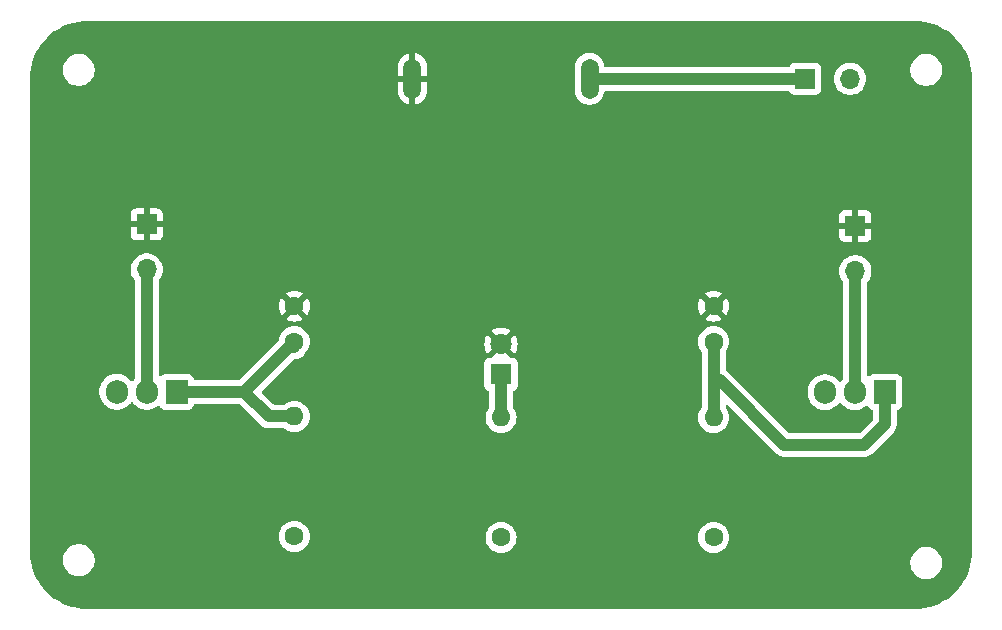
<source format=gbr>
%TF.GenerationSoftware,KiCad,Pcbnew,8.0.6*%
%TF.CreationDate,2024-11-17T18:19:46+01:00*%
%TF.ProjectId,MakerBot,4d616b65-7242-46f7-942e-6b696361645f,rev?*%
%TF.SameCoordinates,Original*%
%TF.FileFunction,Copper,L2,Bot*%
%TF.FilePolarity,Positive*%
%FSLAX46Y46*%
G04 Gerber Fmt 4.6, Leading zero omitted, Abs format (unit mm)*
G04 Created by KiCad (PCBNEW 8.0.6) date 2024-11-17 18:19:46*
%MOMM*%
%LPD*%
G01*
G04 APERTURE LIST*
%TA.AperFunction,ComponentPad*%
%ADD10C,1.600000*%
%TD*%
%TA.AperFunction,ComponentPad*%
%ADD11O,1.600000X1.600000*%
%TD*%
%TA.AperFunction,ComponentPad*%
%ADD12O,1.500000X3.400000*%
%TD*%
%TA.AperFunction,ComponentPad*%
%ADD13R,1.700000X1.700000*%
%TD*%
%TA.AperFunction,ComponentPad*%
%ADD14O,1.700000X1.700000*%
%TD*%
%TA.AperFunction,ComponentPad*%
%ADD15R,1.905000X2.000000*%
%TD*%
%TA.AperFunction,ComponentPad*%
%ADD16O,1.905000X2.000000*%
%TD*%
%TA.AperFunction,ComponentPad*%
%ADD17R,1.800000X1.800000*%
%TD*%
%TA.AperFunction,ComponentPad*%
%ADD18C,1.800000*%
%TD*%
%TA.AperFunction,Conductor*%
%ADD19C,1.000000*%
%TD*%
%TA.AperFunction,Conductor*%
%ADD20C,0.250000*%
%TD*%
G04 APERTURE END LIST*
D10*
%TO.P,reistor_led1,1*%
%TO.N,GND*%
X190000000Y-93830000D03*
D11*
%TO.P,reistor_led1,2*%
%TO.N,Net-(led1-K)*%
X190000000Y-83670000D03*
%TD*%
D12*
%TO.P,push_button,1*%
%TO.N,VCC*%
X182500000Y-55000000D03*
%TO.P,push_button,2*%
%TO.N,+6V*%
X197500000Y-55000000D03*
%TD*%
D13*
%TO.P,motor2,1,+*%
%TO.N,VCC*%
X220000000Y-67480000D03*
D14*
%TO.P,motor2,2,-*%
%TO.N,Net-(motor2--)*%
X220000000Y-71290000D03*
%TD*%
D10*
%TO.P,resistor2,1*%
%TO.N,GND*%
X208000000Y-93830000D03*
D11*
%TO.P,resistor2,2*%
%TO.N,Net-(transistor2-G)*%
X208000000Y-83670000D03*
%TD*%
D13*
%TO.P,motor1,1,+*%
%TO.N,VCC*%
X160000000Y-67330000D03*
D14*
%TO.P,motor1,2,-*%
%TO.N,Net-(motor1--)*%
X160000000Y-71140000D03*
%TD*%
D15*
%TO.P,transistor2,1,G*%
%TO.N,Net-(transistor2-G)*%
X222504000Y-81534000D03*
D16*
%TO.P,transistor2,2,D*%
%TO.N,Net-(motor2--)*%
X219964000Y-81534000D03*
%TO.P,transistor2,3,S*%
%TO.N,GND*%
X217424000Y-81534000D03*
%TD*%
D10*
%TO.P,resistor1,1*%
%TO.N,GND*%
X172500000Y-93750000D03*
D11*
%TO.P,resistor1,2*%
%TO.N,Net-(transistor1-G)*%
X172500000Y-83590000D03*
%TD*%
D13*
%TO.P,battery,1,+*%
%TO.N,+6V*%
X215750000Y-55000000D03*
D14*
%TO.P,battery,2,-*%
%TO.N,GND*%
X219560000Y-55000000D03*
%TD*%
D17*
%TO.P,led1,1,K*%
%TO.N,Net-(led1-K)*%
X190000000Y-80025000D03*
D18*
%TO.P,led1,2,A*%
%TO.N,VCC*%
X190000000Y-77485000D03*
%TD*%
D15*
%TO.P,transistor1,1,G*%
%TO.N,Net-(transistor1-G)*%
X162540000Y-81500000D03*
D16*
%TO.P,transistor1,2,D*%
%TO.N,Net-(motor1--)*%
X160000000Y-81500000D03*
%TO.P,transistor1,3,S*%
%TO.N,GND*%
X157460000Y-81500000D03*
%TD*%
D10*
%TO.P,light_sensor1,1*%
%TO.N,VCC*%
X172500000Y-74250000D03*
%TO.P,light_sensor1,2*%
%TO.N,Net-(transistor1-G)*%
X172500000Y-77250000D03*
%TD*%
%TO.P,light_sensor2,1*%
%TO.N,VCC*%
X208000000Y-74250000D03*
%TO.P,light_sensor2,2*%
%TO.N,Net-(transistor2-G)*%
X208000000Y-77250000D03*
%TD*%
D19*
%TO.N,+6V*%
X197500000Y-55000000D02*
X215750000Y-55000000D01*
D20*
X197810000Y-54190000D02*
X197750000Y-54250000D01*
D19*
%TO.N,Net-(transistor2-G)*%
X208000000Y-83670000D02*
X208000000Y-80500000D01*
X208000000Y-80500000D02*
X208000000Y-77250000D01*
X208500000Y-80500000D02*
X208000000Y-80500000D01*
X222504000Y-84246000D02*
X220750000Y-86000000D01*
X220750000Y-86000000D02*
X214000000Y-86000000D01*
X214000000Y-86000000D02*
X208500000Y-80500000D01*
X222504000Y-81695000D02*
X222504000Y-84246000D01*
%TO.N,Net-(transistor1-G)*%
X170340000Y-83590000D02*
X168250000Y-81500000D01*
X172500000Y-77250000D02*
X172500000Y-77750000D01*
X172500000Y-83590000D02*
X170340000Y-83590000D01*
X168250000Y-81500000D02*
X172500000Y-77250000D01*
X162540000Y-81500000D02*
X168250000Y-81500000D01*
%TO.N,Net-(motor1--)*%
X160000000Y-80750000D02*
X160000000Y-71140000D01*
%TO.N,Net-(motor2--)*%
X220000000Y-81695000D02*
X220000000Y-71290000D01*
%TO.N,Net-(led1-K)*%
X190000000Y-83670000D02*
X190000000Y-80025000D01*
%TD*%
%TA.AperFunction,Conductor*%
%TO.N,VCC*%
G36*
X225002702Y-50100617D02*
G01*
X225421634Y-50118908D01*
X225432369Y-50119848D01*
X225845430Y-50174228D01*
X225856056Y-50176101D01*
X226262816Y-50266278D01*
X226273228Y-50269067D01*
X226670582Y-50394353D01*
X226680717Y-50398042D01*
X227065625Y-50557477D01*
X227075416Y-50562043D01*
X227176472Y-50614649D01*
X227444942Y-50754406D01*
X227454310Y-50759814D01*
X227805675Y-50983658D01*
X227814536Y-50989863D01*
X228145045Y-51243471D01*
X228153332Y-51250425D01*
X228460478Y-51531872D01*
X228468127Y-51539521D01*
X228749574Y-51846667D01*
X228756528Y-51854954D01*
X229010136Y-52185463D01*
X229016341Y-52194324D01*
X229240185Y-52545689D01*
X229245593Y-52555057D01*
X229437953Y-52924576D01*
X229442525Y-52934380D01*
X229601951Y-53319267D01*
X229605650Y-53329430D01*
X229680525Y-53566903D01*
X229730926Y-53726752D01*
X229733726Y-53737202D01*
X229823895Y-54143930D01*
X229825773Y-54154583D01*
X229880149Y-54567610D01*
X229881092Y-54578386D01*
X229899382Y-54997297D01*
X229899500Y-55002706D01*
X229899500Y-94997293D01*
X229899382Y-95002702D01*
X229881092Y-95421613D01*
X229880149Y-95432389D01*
X229825773Y-95845416D01*
X229823895Y-95856069D01*
X229733726Y-96262797D01*
X229730926Y-96273247D01*
X229605651Y-96670567D01*
X229601951Y-96680732D01*
X229442525Y-97065619D01*
X229437953Y-97075423D01*
X229245593Y-97444942D01*
X229240185Y-97454310D01*
X229016341Y-97805675D01*
X229010136Y-97814536D01*
X228756528Y-98145045D01*
X228749574Y-98153332D01*
X228468127Y-98460478D01*
X228460478Y-98468127D01*
X228153332Y-98749574D01*
X228145045Y-98756528D01*
X227814536Y-99010136D01*
X227805675Y-99016341D01*
X227454310Y-99240185D01*
X227444942Y-99245593D01*
X227075423Y-99437953D01*
X227065619Y-99442525D01*
X226680732Y-99601951D01*
X226670567Y-99605651D01*
X226273247Y-99730926D01*
X226262797Y-99733726D01*
X225856069Y-99823895D01*
X225845416Y-99825773D01*
X225432389Y-99880149D01*
X225421613Y-99881092D01*
X225002703Y-99899382D01*
X224997294Y-99899500D01*
X155002706Y-99899500D01*
X154997297Y-99899382D01*
X154578386Y-99881092D01*
X154567610Y-99880149D01*
X154154583Y-99825773D01*
X154143930Y-99823895D01*
X153836064Y-99755643D01*
X153737199Y-99733725D01*
X153726756Y-99730927D01*
X153329430Y-99605650D01*
X153319267Y-99601951D01*
X152934380Y-99442525D01*
X152924576Y-99437953D01*
X152555057Y-99245593D01*
X152545689Y-99240185D01*
X152194324Y-99016341D01*
X152185463Y-99010136D01*
X151854954Y-98756528D01*
X151846667Y-98749574D01*
X151539521Y-98468127D01*
X151531872Y-98460478D01*
X151250425Y-98153332D01*
X151243471Y-98145045D01*
X150989863Y-97814536D01*
X150983658Y-97805675D01*
X150759814Y-97454310D01*
X150754406Y-97444942D01*
X150562043Y-97075416D01*
X150557474Y-97065619D01*
X150398042Y-96680717D01*
X150394353Y-96670582D01*
X150269067Y-96273228D01*
X150266278Y-96262816D01*
X150176101Y-95856056D01*
X150174228Y-95845430D01*
X150147672Y-95643713D01*
X152899500Y-95643713D01*
X152899500Y-95856286D01*
X152929800Y-96047596D01*
X152932754Y-96066243D01*
X152998336Y-96268084D01*
X152998444Y-96268414D01*
X153094951Y-96457820D01*
X153219890Y-96629786D01*
X153370213Y-96780109D01*
X153542179Y-96905048D01*
X153542181Y-96905049D01*
X153542184Y-96905051D01*
X153731588Y-97001557D01*
X153933757Y-97067246D01*
X154143713Y-97100500D01*
X154143714Y-97100500D01*
X154356286Y-97100500D01*
X154356287Y-97100500D01*
X154566243Y-97067246D01*
X154768412Y-97001557D01*
X154957816Y-96905051D01*
X155025800Y-96855658D01*
X155129786Y-96780109D01*
X155129788Y-96780106D01*
X155129792Y-96780104D01*
X155280104Y-96629792D01*
X155280106Y-96629788D01*
X155280109Y-96629786D01*
X155405048Y-96457820D01*
X155405047Y-96457820D01*
X155405051Y-96457816D01*
X155501557Y-96268412D01*
X155567246Y-96066243D01*
X155594572Y-95893713D01*
X224649500Y-95893713D01*
X224649500Y-96106286D01*
X224675178Y-96268414D01*
X224682754Y-96316243D01*
X224728755Y-96457820D01*
X224748444Y-96518414D01*
X224844951Y-96707820D01*
X224969890Y-96879786D01*
X225120213Y-97030109D01*
X225292179Y-97155048D01*
X225292181Y-97155049D01*
X225292184Y-97155051D01*
X225481588Y-97251557D01*
X225683757Y-97317246D01*
X225893713Y-97350500D01*
X225893714Y-97350500D01*
X226106286Y-97350500D01*
X226106287Y-97350500D01*
X226316243Y-97317246D01*
X226518412Y-97251557D01*
X226707816Y-97155051D01*
X226782900Y-97100500D01*
X226879786Y-97030109D01*
X226879788Y-97030106D01*
X226879792Y-97030104D01*
X227030104Y-96879792D01*
X227030106Y-96879788D01*
X227030109Y-96879786D01*
X227155048Y-96707820D01*
X227155047Y-96707820D01*
X227155051Y-96707816D01*
X227251557Y-96518412D01*
X227317246Y-96316243D01*
X227350500Y-96106287D01*
X227350500Y-95893713D01*
X227317246Y-95683757D01*
X227251557Y-95481588D01*
X227155051Y-95292184D01*
X227155049Y-95292181D01*
X227155048Y-95292179D01*
X227030109Y-95120213D01*
X226879786Y-94969890D01*
X226707820Y-94844951D01*
X226518414Y-94748444D01*
X226518413Y-94748443D01*
X226518412Y-94748443D01*
X226316243Y-94682754D01*
X226316241Y-94682753D01*
X226316240Y-94682753D01*
X226154957Y-94657208D01*
X226106287Y-94649500D01*
X225893713Y-94649500D01*
X225845042Y-94657208D01*
X225683760Y-94682753D01*
X225481585Y-94748444D01*
X225292179Y-94844951D01*
X225120213Y-94969890D01*
X224969890Y-95120213D01*
X224844951Y-95292179D01*
X224748444Y-95481585D01*
X224682753Y-95683760D01*
X224649500Y-95893713D01*
X155594572Y-95893713D01*
X155600500Y-95856287D01*
X155600500Y-95643713D01*
X155567246Y-95433757D01*
X155501557Y-95231588D01*
X155405051Y-95042184D01*
X155405049Y-95042181D01*
X155405048Y-95042179D01*
X155280109Y-94870213D01*
X155129786Y-94719890D01*
X154957820Y-94594951D01*
X154768414Y-94498444D01*
X154768413Y-94498443D01*
X154768412Y-94498443D01*
X154566243Y-94432754D01*
X154566241Y-94432753D01*
X154566240Y-94432753D01*
X154402030Y-94406745D01*
X154356287Y-94399500D01*
X154143713Y-94399500D01*
X154097970Y-94406745D01*
X153933760Y-94432753D01*
X153731585Y-94498444D01*
X153542179Y-94594951D01*
X153370213Y-94719890D01*
X153219890Y-94870213D01*
X153094951Y-95042179D01*
X152998444Y-95231585D01*
X152932753Y-95433760D01*
X152899500Y-95643713D01*
X150147672Y-95643713D01*
X150119848Y-95432369D01*
X150118908Y-95421632D01*
X150100618Y-95002701D01*
X150100500Y-94997293D01*
X150100500Y-93749998D01*
X171186502Y-93749998D01*
X171186502Y-93750001D01*
X171206456Y-93978081D01*
X171206457Y-93978089D01*
X171265714Y-94199238D01*
X171265718Y-94199249D01*
X171303020Y-94279243D01*
X171362477Y-94406749D01*
X171493802Y-94594300D01*
X171655700Y-94756198D01*
X171843251Y-94887523D01*
X171968091Y-94945736D01*
X172050750Y-94984281D01*
X172050752Y-94984281D01*
X172050757Y-94984284D01*
X172271913Y-95043543D01*
X172434832Y-95057796D01*
X172499998Y-95063498D01*
X172500000Y-95063498D01*
X172500002Y-95063498D01*
X172557021Y-95058509D01*
X172728087Y-95043543D01*
X172949243Y-94984284D01*
X173156749Y-94887523D01*
X173344300Y-94756198D01*
X173506198Y-94594300D01*
X173637523Y-94406749D01*
X173734284Y-94199243D01*
X173793543Y-93978087D01*
X173806499Y-93829998D01*
X188686502Y-93829998D01*
X188686502Y-93830001D01*
X188706456Y-94058081D01*
X188706457Y-94058089D01*
X188765714Y-94279238D01*
X188765718Y-94279249D01*
X188837298Y-94432753D01*
X188862477Y-94486749D01*
X188993802Y-94674300D01*
X189155700Y-94836198D01*
X189343251Y-94967523D01*
X189412899Y-95000000D01*
X189550750Y-95064281D01*
X189550752Y-95064281D01*
X189550757Y-95064284D01*
X189771913Y-95123543D01*
X189934832Y-95137796D01*
X189999998Y-95143498D01*
X190000000Y-95143498D01*
X190000002Y-95143498D01*
X190057021Y-95138509D01*
X190228087Y-95123543D01*
X190449243Y-95064284D01*
X190656749Y-94967523D01*
X190844300Y-94836198D01*
X191006198Y-94674300D01*
X191137523Y-94486749D01*
X191234284Y-94279243D01*
X191293543Y-94058087D01*
X191313498Y-93830000D01*
X191313498Y-93829998D01*
X206686502Y-93829998D01*
X206686502Y-93830001D01*
X206706456Y-94058081D01*
X206706457Y-94058089D01*
X206765714Y-94279238D01*
X206765718Y-94279249D01*
X206837298Y-94432753D01*
X206862477Y-94486749D01*
X206993802Y-94674300D01*
X207155700Y-94836198D01*
X207343251Y-94967523D01*
X207412899Y-95000000D01*
X207550750Y-95064281D01*
X207550752Y-95064281D01*
X207550757Y-95064284D01*
X207771913Y-95123543D01*
X207934832Y-95137796D01*
X207999998Y-95143498D01*
X208000000Y-95143498D01*
X208000002Y-95143498D01*
X208057021Y-95138509D01*
X208228087Y-95123543D01*
X208449243Y-95064284D01*
X208656749Y-94967523D01*
X208844300Y-94836198D01*
X209006198Y-94674300D01*
X209137523Y-94486749D01*
X209234284Y-94279243D01*
X209293543Y-94058087D01*
X209313498Y-93830000D01*
X209293543Y-93601913D01*
X209234284Y-93380757D01*
X209196981Y-93300761D01*
X209137524Y-93173254D01*
X209137523Y-93173252D01*
X209137523Y-93173251D01*
X209006198Y-92985700D01*
X208844300Y-92823802D01*
X208656749Y-92692477D01*
X208656745Y-92692475D01*
X208449249Y-92595718D01*
X208449238Y-92595714D01*
X208228089Y-92536457D01*
X208228081Y-92536456D01*
X208000002Y-92516502D01*
X207999998Y-92516502D01*
X207771918Y-92536456D01*
X207771910Y-92536457D01*
X207550761Y-92595714D01*
X207550750Y-92595718D01*
X207343254Y-92692475D01*
X207343252Y-92692476D01*
X207343251Y-92692477D01*
X207155700Y-92823802D01*
X207155698Y-92823803D01*
X207155695Y-92823806D01*
X206993806Y-92985695D01*
X206862476Y-93173252D01*
X206862475Y-93173254D01*
X206765718Y-93380750D01*
X206765714Y-93380761D01*
X206706457Y-93601910D01*
X206706456Y-93601918D01*
X206686502Y-93829998D01*
X191313498Y-93829998D01*
X191293543Y-93601913D01*
X191234284Y-93380757D01*
X191196981Y-93300761D01*
X191137524Y-93173254D01*
X191137523Y-93173252D01*
X191137523Y-93173251D01*
X191006198Y-92985700D01*
X190844300Y-92823802D01*
X190656749Y-92692477D01*
X190656745Y-92692475D01*
X190449249Y-92595718D01*
X190449238Y-92595714D01*
X190228089Y-92536457D01*
X190228081Y-92536456D01*
X190000002Y-92516502D01*
X189999998Y-92516502D01*
X189771918Y-92536456D01*
X189771910Y-92536457D01*
X189550761Y-92595714D01*
X189550750Y-92595718D01*
X189343254Y-92692475D01*
X189343252Y-92692476D01*
X189343251Y-92692477D01*
X189155700Y-92823802D01*
X189155698Y-92823803D01*
X189155695Y-92823806D01*
X188993806Y-92985695D01*
X188862476Y-93173252D01*
X188862475Y-93173254D01*
X188765718Y-93380750D01*
X188765714Y-93380761D01*
X188706457Y-93601910D01*
X188706456Y-93601918D01*
X188686502Y-93829998D01*
X173806499Y-93829998D01*
X173813498Y-93750000D01*
X173793543Y-93521913D01*
X173734284Y-93300757D01*
X173637523Y-93093251D01*
X173506198Y-92905700D01*
X173344300Y-92743802D01*
X173156749Y-92612477D01*
X173156745Y-92612475D01*
X172949249Y-92515718D01*
X172949238Y-92515714D01*
X172728089Y-92456457D01*
X172728081Y-92456456D01*
X172500002Y-92436502D01*
X172499998Y-92436502D01*
X172271918Y-92456456D01*
X172271910Y-92456457D01*
X172050761Y-92515714D01*
X172050750Y-92515718D01*
X171843254Y-92612475D01*
X171843252Y-92612476D01*
X171843251Y-92612477D01*
X171655700Y-92743802D01*
X171655698Y-92743803D01*
X171655695Y-92743806D01*
X171493806Y-92905695D01*
X171362476Y-93093252D01*
X171362475Y-93093254D01*
X171265718Y-93300750D01*
X171265714Y-93300761D01*
X171206457Y-93521910D01*
X171206456Y-93521918D01*
X171186502Y-93749998D01*
X150100500Y-93749998D01*
X150100500Y-81337511D01*
X155999000Y-81337511D01*
X155999000Y-81662488D01*
X156034973Y-81889618D01*
X156106039Y-82108333D01*
X156191726Y-82276502D01*
X156210440Y-82313231D01*
X156345611Y-82499278D01*
X156508222Y-82661889D01*
X156694269Y-82797060D01*
X156791078Y-82846386D01*
X156899166Y-82901460D01*
X156899168Y-82901460D01*
X156899171Y-82901462D01*
X156997007Y-82933251D01*
X157117881Y-82972526D01*
X157345012Y-83008500D01*
X157345017Y-83008500D01*
X157574988Y-83008500D01*
X157802118Y-82972526D01*
X157868712Y-82950888D01*
X158020829Y-82901462D01*
X158225731Y-82797060D01*
X158411778Y-82661889D01*
X158574389Y-82499278D01*
X158629683Y-82423172D01*
X158685012Y-82380508D01*
X158754625Y-82374529D01*
X158816420Y-82407135D01*
X158830314Y-82423169D01*
X158885611Y-82499278D01*
X159048222Y-82661889D01*
X159234269Y-82797060D01*
X159331078Y-82846386D01*
X159439166Y-82901460D01*
X159439168Y-82901460D01*
X159439171Y-82901462D01*
X159537007Y-82933251D01*
X159657881Y-82972526D01*
X159885012Y-83008500D01*
X159885017Y-83008500D01*
X160114988Y-83008500D01*
X160342118Y-82972526D01*
X160408712Y-82950888D01*
X160560829Y-82901462D01*
X160765731Y-82797060D01*
X160940428Y-82670134D01*
X161006231Y-82646656D01*
X161074285Y-82662481D01*
X161122980Y-82712587D01*
X161129491Y-82727117D01*
X161136610Y-82746203D01*
X161147775Y-82761117D01*
X161224239Y-82863261D01*
X161341296Y-82950889D01*
X161478299Y-83001989D01*
X161505550Y-83004918D01*
X161538845Y-83008499D01*
X161538862Y-83008500D01*
X163541138Y-83008500D01*
X163541154Y-83008499D01*
X163568192Y-83005591D01*
X163601701Y-83001989D01*
X163738704Y-82950889D01*
X163855761Y-82863261D01*
X163943389Y-82746204D01*
X163994489Y-82609201D01*
X163994489Y-82609195D01*
X163995720Y-82603992D01*
X164030290Y-82543274D01*
X164092198Y-82510884D01*
X164116398Y-82508500D01*
X167780904Y-82508500D01*
X167847943Y-82528185D01*
X167868585Y-82544819D01*
X169556647Y-84232881D01*
X169650511Y-84326745D01*
X169697120Y-84373354D01*
X169862289Y-84483717D01*
X169862295Y-84483720D01*
X169862296Y-84483721D01*
X170045831Y-84559744D01*
X170229073Y-84596193D01*
X170240666Y-84598499D01*
X170240670Y-84598500D01*
X170240671Y-84598500D01*
X171619890Y-84598500D01*
X171686929Y-84618185D01*
X171691015Y-84620925D01*
X171843251Y-84727523D01*
X171968091Y-84785736D01*
X172050750Y-84824281D01*
X172050752Y-84824281D01*
X172050757Y-84824284D01*
X172271913Y-84883543D01*
X172434832Y-84897796D01*
X172499998Y-84903498D01*
X172500000Y-84903498D01*
X172500002Y-84903498D01*
X172557021Y-84898509D01*
X172728087Y-84883543D01*
X172949243Y-84824284D01*
X173156749Y-84727523D01*
X173344300Y-84596198D01*
X173506198Y-84434300D01*
X173637523Y-84246749D01*
X173734284Y-84039243D01*
X173793543Y-83818087D01*
X173813498Y-83590000D01*
X173793543Y-83361913D01*
X173734284Y-83140757D01*
X173637523Y-82933251D01*
X173506198Y-82745700D01*
X173344300Y-82583802D01*
X173156749Y-82452477D01*
X173118699Y-82434734D01*
X172949249Y-82355718D01*
X172949238Y-82355714D01*
X172728089Y-82296457D01*
X172728081Y-82296456D01*
X172500002Y-82276502D01*
X172499998Y-82276502D01*
X172271918Y-82296456D01*
X172271910Y-82296457D01*
X172050761Y-82355714D01*
X172050750Y-82355718D01*
X171843254Y-82452475D01*
X171843252Y-82452476D01*
X171691014Y-82559075D01*
X171624807Y-82581402D01*
X171619890Y-82581500D01*
X170809096Y-82581500D01*
X170742057Y-82561815D01*
X170721415Y-82545181D01*
X169763915Y-81587681D01*
X169730430Y-81526358D01*
X169735414Y-81456666D01*
X169763915Y-81412319D01*
X171048809Y-80127426D01*
X172099890Y-79076345D01*
X188591500Y-79076345D01*
X188591500Y-80973654D01*
X188598011Y-81034202D01*
X188598011Y-81034204D01*
X188626425Y-81110382D01*
X188649111Y-81171204D01*
X188736739Y-81288261D01*
X188853796Y-81375889D01*
X188910835Y-81397163D01*
X188966767Y-81439033D01*
X188991184Y-81504498D01*
X188991500Y-81513344D01*
X188991500Y-82789890D01*
X188971815Y-82856929D01*
X188969087Y-82860995D01*
X188906144Y-82950888D01*
X188862476Y-83013252D01*
X188862475Y-83013254D01*
X188765718Y-83220750D01*
X188765714Y-83220761D01*
X188706457Y-83441910D01*
X188706456Y-83441918D01*
X188686502Y-83669998D01*
X188686502Y-83670001D01*
X188706456Y-83898081D01*
X188706457Y-83898089D01*
X188765714Y-84119238D01*
X188765718Y-84119249D01*
X188862475Y-84326745D01*
X188862477Y-84326749D01*
X188993802Y-84514300D01*
X189155700Y-84676198D01*
X189343251Y-84807523D01*
X189468091Y-84865736D01*
X189550750Y-84904281D01*
X189550752Y-84904281D01*
X189550757Y-84904284D01*
X189771913Y-84963543D01*
X189934832Y-84977796D01*
X189999998Y-84983498D01*
X190000000Y-84983498D01*
X190000002Y-84983498D01*
X190057021Y-84978509D01*
X190228087Y-84963543D01*
X190449243Y-84904284D01*
X190656749Y-84807523D01*
X190844300Y-84676198D01*
X191006198Y-84514300D01*
X191137523Y-84326749D01*
X191234284Y-84119243D01*
X191293543Y-83898087D01*
X191313498Y-83670000D01*
X191293543Y-83441913D01*
X191234284Y-83220757D01*
X191196981Y-83140761D01*
X191166264Y-83074887D01*
X191137523Y-83013251D01*
X191030924Y-82861012D01*
X191008598Y-82794807D01*
X191008500Y-82789890D01*
X191008500Y-81513344D01*
X191028185Y-81446305D01*
X191080989Y-81400550D01*
X191089144Y-81397171D01*
X191146204Y-81375889D01*
X191263261Y-81288261D01*
X191350889Y-81171204D01*
X191401989Y-81034201D01*
X191405591Y-81000692D01*
X191408499Y-80973654D01*
X191408500Y-80973637D01*
X191408500Y-79076362D01*
X191408499Y-79076345D01*
X191405157Y-79045270D01*
X191401989Y-79015799D01*
X191350889Y-78878796D01*
X191263261Y-78761739D01*
X191146204Y-78674111D01*
X191009203Y-78623011D01*
X190948654Y-78616500D01*
X190948638Y-78616500D01*
X190829308Y-78616500D01*
X190762269Y-78596815D01*
X190741627Y-78580181D01*
X190088585Y-77927137D01*
X190173694Y-77904333D01*
X190276306Y-77845090D01*
X190360090Y-77761306D01*
X190419333Y-77658694D01*
X190442138Y-77573585D01*
X191151186Y-78282633D01*
X191235482Y-78153611D01*
X191328682Y-77941135D01*
X191385638Y-77716218D01*
X191404798Y-77485005D01*
X191404798Y-77484994D01*
X191385638Y-77253781D01*
X191384680Y-77249998D01*
X206686502Y-77249998D01*
X206686502Y-77250001D01*
X206706456Y-77478081D01*
X206706457Y-77478089D01*
X206765714Y-77699238D01*
X206765718Y-77699249D01*
X206794656Y-77761306D01*
X206862477Y-77906749D01*
X206969075Y-78058986D01*
X206991402Y-78125191D01*
X206991500Y-78130109D01*
X206991500Y-82789890D01*
X206971815Y-82856929D01*
X206969087Y-82860995D01*
X206906144Y-82950888D01*
X206862476Y-83013252D01*
X206862475Y-83013254D01*
X206765718Y-83220750D01*
X206765714Y-83220761D01*
X206706457Y-83441910D01*
X206706456Y-83441918D01*
X206686502Y-83669998D01*
X206686502Y-83670001D01*
X206706456Y-83898081D01*
X206706457Y-83898089D01*
X206765714Y-84119238D01*
X206765718Y-84119249D01*
X206862475Y-84326745D01*
X206862477Y-84326749D01*
X206993802Y-84514300D01*
X207155700Y-84676198D01*
X207343251Y-84807523D01*
X207468091Y-84865736D01*
X207550750Y-84904281D01*
X207550752Y-84904281D01*
X207550757Y-84904284D01*
X207771913Y-84963543D01*
X207934832Y-84977796D01*
X207999998Y-84983498D01*
X208000000Y-84983498D01*
X208000002Y-84983498D01*
X208057021Y-84978509D01*
X208228087Y-84963543D01*
X208449243Y-84904284D01*
X208656749Y-84807523D01*
X208844300Y-84676198D01*
X209006198Y-84514300D01*
X209137523Y-84326749D01*
X209234284Y-84119243D01*
X209293543Y-83898087D01*
X209313498Y-83670000D01*
X209293543Y-83441913D01*
X209234284Y-83220757D01*
X209196981Y-83140761D01*
X209166264Y-83074887D01*
X209137523Y-83013251D01*
X209030924Y-82861012D01*
X209008598Y-82794807D01*
X209008500Y-82789890D01*
X209008500Y-82734096D01*
X209028185Y-82667057D01*
X209080989Y-82621302D01*
X209150147Y-82611358D01*
X209213703Y-82640383D01*
X209220181Y-82646415D01*
X213357115Y-86783351D01*
X213357123Y-86783357D01*
X213522286Y-86893715D01*
X213522289Y-86893716D01*
X213522297Y-86893722D01*
X213629809Y-86938254D01*
X213705831Y-86969744D01*
X213900666Y-87008499D01*
X213900670Y-87008500D01*
X213900671Y-87008500D01*
X220849330Y-87008500D01*
X220849331Y-87008499D01*
X221044169Y-86969744D01*
X221227704Y-86893721D01*
X221392881Y-86783353D01*
X221533353Y-86642881D01*
X221591912Y-86584322D01*
X221591924Y-86584308D01*
X223287354Y-84888881D01*
X223397722Y-84723703D01*
X223463988Y-84563721D01*
X223473744Y-84540169D01*
X223512500Y-84345329D01*
X223512500Y-83141926D01*
X223532185Y-83074887D01*
X223584989Y-83029132D01*
X223593142Y-83025753D01*
X223702704Y-82984889D01*
X223819761Y-82897261D01*
X223907389Y-82780204D01*
X223958489Y-82643201D01*
X223962704Y-82603992D01*
X223964999Y-82582654D01*
X223965000Y-82582637D01*
X223965000Y-80485362D01*
X223964999Y-80485345D01*
X223961345Y-80451362D01*
X223958489Y-80424799D01*
X223956330Y-80419011D01*
X223926156Y-80338111D01*
X223907389Y-80287796D01*
X223819761Y-80170739D01*
X223702704Y-80083111D01*
X223565703Y-80032011D01*
X223505154Y-80025500D01*
X223505138Y-80025500D01*
X221502862Y-80025500D01*
X221502845Y-80025500D01*
X221442297Y-80032011D01*
X221442295Y-80032011D01*
X221305293Y-80083111D01*
X221305293Y-80083112D01*
X221206810Y-80156836D01*
X221141346Y-80181253D01*
X221073073Y-80166401D01*
X221023668Y-80116996D01*
X221008500Y-80057569D01*
X221008500Y-72248674D01*
X221028185Y-72181635D01*
X221041267Y-72164694D01*
X221075722Y-72127268D01*
X221198860Y-71938791D01*
X221289296Y-71732616D01*
X221344564Y-71514368D01*
X221344565Y-71514359D01*
X221363156Y-71290005D01*
X221363156Y-71289994D01*
X221344565Y-71065640D01*
X221344563Y-71065628D01*
X221289296Y-70847385D01*
X221198859Y-70641207D01*
X221075723Y-70452734D01*
X221075715Y-70452723D01*
X220923243Y-70287097D01*
X220923238Y-70287092D01*
X220745577Y-70148812D01*
X220745572Y-70148808D01*
X220547580Y-70041661D01*
X220547577Y-70041659D01*
X220547574Y-70041658D01*
X220547571Y-70041657D01*
X220547569Y-70041656D01*
X220334637Y-69968556D01*
X220112569Y-69931500D01*
X219887431Y-69931500D01*
X219665362Y-69968556D01*
X219452430Y-70041656D01*
X219452419Y-70041661D01*
X219254427Y-70148808D01*
X219254422Y-70148812D01*
X219076761Y-70287092D01*
X219076756Y-70287097D01*
X218924284Y-70452723D01*
X218924276Y-70452734D01*
X218801140Y-70641207D01*
X218710703Y-70847385D01*
X218655436Y-71065628D01*
X218655434Y-71065640D01*
X218636844Y-71289994D01*
X218636844Y-71290005D01*
X218655434Y-71514359D01*
X218655436Y-71514371D01*
X218710703Y-71732614D01*
X218801140Y-71938792D01*
X218861798Y-72031635D01*
X218924278Y-72127268D01*
X218958728Y-72164690D01*
X218989652Y-72227343D01*
X218991500Y-72248674D01*
X218991500Y-80341471D01*
X218971815Y-80408510D01*
X218955181Y-80429152D01*
X218849613Y-80534719D01*
X218849612Y-80534720D01*
X218794318Y-80610826D01*
X218738987Y-80653491D01*
X218669374Y-80659470D01*
X218607579Y-80626864D01*
X218593682Y-80610826D01*
X218568979Y-80576826D01*
X218538389Y-80534722D01*
X218375778Y-80372111D01*
X218189731Y-80236940D01*
X218123002Y-80202940D01*
X217984833Y-80132539D01*
X217766118Y-80061473D01*
X217538988Y-80025500D01*
X217538983Y-80025500D01*
X217309017Y-80025500D01*
X217309012Y-80025500D01*
X217081881Y-80061473D01*
X216863166Y-80132539D01*
X216658268Y-80236940D01*
X216472219Y-80372113D01*
X216309613Y-80534719D01*
X216174440Y-80720768D01*
X216070039Y-80925666D01*
X215998973Y-81144381D01*
X215963000Y-81371511D01*
X215963000Y-81696488D01*
X215998973Y-81923618D01*
X216070039Y-82142333D01*
X216157116Y-82313231D01*
X216174440Y-82347231D01*
X216309611Y-82533278D01*
X216472222Y-82695889D01*
X216658269Y-82831060D01*
X216755078Y-82880386D01*
X216863166Y-82935460D01*
X216863168Y-82935460D01*
X216863171Y-82935462D01*
X216980404Y-82973553D01*
X217081881Y-83006526D01*
X217309012Y-83042500D01*
X217309017Y-83042500D01*
X217538988Y-83042500D01*
X217766118Y-83006526D01*
X217832709Y-82984889D01*
X217984829Y-82935462D01*
X217989163Y-82933254D01*
X218059805Y-82897260D01*
X218189731Y-82831060D01*
X218375778Y-82695889D01*
X218538389Y-82533278D01*
X218593683Y-82457172D01*
X218649012Y-82414508D01*
X218718625Y-82408529D01*
X218780420Y-82441135D01*
X218794314Y-82457169D01*
X218849611Y-82533278D01*
X219012222Y-82695889D01*
X219198269Y-82831060D01*
X219295078Y-82880386D01*
X219403166Y-82935460D01*
X219403168Y-82935460D01*
X219403171Y-82935462D01*
X219520404Y-82973553D01*
X219621881Y-83006526D01*
X219849012Y-83042500D01*
X219849017Y-83042500D01*
X220078988Y-83042500D01*
X220306118Y-83006526D01*
X220372709Y-82984889D01*
X220524829Y-82935462D01*
X220529163Y-82933254D01*
X220599805Y-82897260D01*
X220729731Y-82831060D01*
X220904428Y-82704134D01*
X220970231Y-82680656D01*
X221038285Y-82696481D01*
X221086980Y-82746587D01*
X221093491Y-82761117D01*
X221100610Y-82780203D01*
X221113229Y-82797060D01*
X221188239Y-82897261D01*
X221305296Y-82984889D01*
X221414836Y-83025745D01*
X221470767Y-83067616D01*
X221495184Y-83133080D01*
X221495500Y-83141926D01*
X221495500Y-83776903D01*
X221475815Y-83843942D01*
X221459181Y-83864584D01*
X220368585Y-84955181D01*
X220307262Y-84988666D01*
X220280904Y-84991500D01*
X214469097Y-84991500D01*
X214402058Y-84971815D01*
X214381416Y-84955181D01*
X209142884Y-79716649D01*
X209142880Y-79716646D01*
X209063609Y-79663678D01*
X209018804Y-79610065D01*
X209008500Y-79560576D01*
X209008500Y-78130109D01*
X209028185Y-78063070D01*
X209030909Y-78059007D01*
X209137523Y-77906749D01*
X209234284Y-77699243D01*
X209293543Y-77478087D01*
X209313498Y-77250000D01*
X209293543Y-77021913D01*
X209234284Y-76800757D01*
X209137523Y-76593251D01*
X209006198Y-76405700D01*
X208844300Y-76243802D01*
X208656749Y-76112477D01*
X208656745Y-76112475D01*
X208449249Y-76015718D01*
X208449238Y-76015714D01*
X208228089Y-75956457D01*
X208228081Y-75956456D01*
X208000002Y-75936502D01*
X207999998Y-75936502D01*
X207771918Y-75956456D01*
X207771910Y-75956457D01*
X207550761Y-76015714D01*
X207550750Y-76015718D01*
X207343254Y-76112475D01*
X207343252Y-76112476D01*
X207343251Y-76112477D01*
X207155700Y-76243802D01*
X207155698Y-76243803D01*
X207155695Y-76243806D01*
X206993806Y-76405695D01*
X206862476Y-76593252D01*
X206862475Y-76593254D01*
X206765718Y-76800750D01*
X206765714Y-76800761D01*
X206706457Y-77021910D01*
X206706456Y-77021918D01*
X206686502Y-77249998D01*
X191384680Y-77249998D01*
X191328682Y-77028864D01*
X191235484Y-76816393D01*
X191151186Y-76687365D01*
X190442137Y-77396414D01*
X190419333Y-77311306D01*
X190360090Y-77208694D01*
X190276306Y-77124910D01*
X190173694Y-77065667D01*
X190088584Y-77042861D01*
X190798797Y-76332647D01*
X190798797Y-76332645D01*
X190768360Y-76308955D01*
X190768354Y-76308951D01*
X190564302Y-76198523D01*
X190564293Y-76198520D01*
X190344860Y-76123188D01*
X190116007Y-76085000D01*
X189883993Y-76085000D01*
X189655139Y-76123188D01*
X189435706Y-76198520D01*
X189435697Y-76198523D01*
X189231650Y-76308949D01*
X189201200Y-76332647D01*
X189911415Y-77042861D01*
X189826306Y-77065667D01*
X189723694Y-77124910D01*
X189639910Y-77208694D01*
X189580667Y-77311306D01*
X189557861Y-77396415D01*
X188848811Y-76687365D01*
X188764516Y-76816390D01*
X188671317Y-77028864D01*
X188614361Y-77253781D01*
X188595202Y-77484994D01*
X188595202Y-77485005D01*
X188614361Y-77716218D01*
X188671317Y-77941135D01*
X188764515Y-78153606D01*
X188848812Y-78282633D01*
X189557861Y-77573584D01*
X189580667Y-77658694D01*
X189639910Y-77761306D01*
X189723694Y-77845090D01*
X189826306Y-77904333D01*
X189911414Y-77927137D01*
X189258373Y-78580181D01*
X189197050Y-78613666D01*
X189170692Y-78616500D01*
X189051345Y-78616500D01*
X188990797Y-78623011D01*
X188990795Y-78623011D01*
X188853795Y-78674111D01*
X188736739Y-78761739D01*
X188649111Y-78878795D01*
X188598011Y-79015795D01*
X188598011Y-79015797D01*
X188591500Y-79076345D01*
X172099890Y-79076345D01*
X172381416Y-78794819D01*
X172442739Y-78761334D01*
X172469097Y-78758500D01*
X172599330Y-78758500D01*
X172599331Y-78758499D01*
X172794169Y-78719744D01*
X172977704Y-78643721D01*
X173142881Y-78533353D01*
X173283353Y-78392881D01*
X173393721Y-78227704D01*
X173399078Y-78214769D01*
X173425957Y-78174539D01*
X173506198Y-78094300D01*
X173637523Y-77906749D01*
X173734284Y-77699243D01*
X173793543Y-77478087D01*
X173813498Y-77250000D01*
X173793543Y-77021913D01*
X173734284Y-76800757D01*
X173637523Y-76593251D01*
X173506198Y-76405700D01*
X173344300Y-76243802D01*
X173156749Y-76112477D01*
X173156745Y-76112475D01*
X172949249Y-76015718D01*
X172949238Y-76015714D01*
X172728089Y-75956457D01*
X172728081Y-75956456D01*
X172500002Y-75936502D01*
X172499998Y-75936502D01*
X172271918Y-75956456D01*
X172271910Y-75956457D01*
X172050761Y-76015714D01*
X172050750Y-76015718D01*
X171843254Y-76112475D01*
X171843252Y-76112476D01*
X171843251Y-76112477D01*
X171655700Y-76243802D01*
X171655698Y-76243803D01*
X171655695Y-76243806D01*
X171493806Y-76405695D01*
X171362476Y-76593252D01*
X171362475Y-76593254D01*
X171265718Y-76800750D01*
X171265714Y-76800761D01*
X171206457Y-77021910D01*
X171206456Y-77021916D01*
X171201243Y-77081496D01*
X171175789Y-77146564D01*
X171165396Y-77158367D01*
X167868585Y-80455181D01*
X167807262Y-80488666D01*
X167780904Y-80491500D01*
X164116398Y-80491500D01*
X164049359Y-80471815D01*
X164003604Y-80419011D01*
X163995720Y-80396008D01*
X163994489Y-80390803D01*
X163994489Y-80390799D01*
X163943389Y-80253796D01*
X163855761Y-80136739D01*
X163738704Y-80049111D01*
X163680694Y-80027474D01*
X163601703Y-79998011D01*
X163541154Y-79991500D01*
X163541138Y-79991500D01*
X161538862Y-79991500D01*
X161538845Y-79991500D01*
X161478297Y-79998011D01*
X161478295Y-79998011D01*
X161341295Y-80049111D01*
X161224236Y-80136741D01*
X161220181Y-80140797D01*
X161158858Y-80174282D01*
X161089166Y-80169298D01*
X161033233Y-80127426D01*
X161008816Y-80061962D01*
X161008500Y-80053116D01*
X161008500Y-74249997D01*
X171195034Y-74249997D01*
X171195034Y-74250002D01*
X171214858Y-74476599D01*
X171214860Y-74476610D01*
X171273730Y-74696317D01*
X171273735Y-74696331D01*
X171369863Y-74902478D01*
X171420974Y-74975472D01*
X172100000Y-74296446D01*
X172100000Y-74302661D01*
X172127259Y-74404394D01*
X172179920Y-74495606D01*
X172254394Y-74570080D01*
X172345606Y-74622741D01*
X172447339Y-74650000D01*
X172453553Y-74650000D01*
X171774526Y-75329025D01*
X171847513Y-75380132D01*
X171847521Y-75380136D01*
X172053668Y-75476264D01*
X172053682Y-75476269D01*
X172273389Y-75535139D01*
X172273400Y-75535141D01*
X172499998Y-75554966D01*
X172500002Y-75554966D01*
X172726599Y-75535141D01*
X172726610Y-75535139D01*
X172946317Y-75476269D01*
X172946331Y-75476264D01*
X173152478Y-75380136D01*
X173225471Y-75329024D01*
X172546447Y-74650000D01*
X172552661Y-74650000D01*
X172654394Y-74622741D01*
X172745606Y-74570080D01*
X172820080Y-74495606D01*
X172872741Y-74404394D01*
X172900000Y-74302661D01*
X172900000Y-74296447D01*
X173579024Y-74975471D01*
X173630136Y-74902478D01*
X173726264Y-74696331D01*
X173726269Y-74696317D01*
X173785139Y-74476610D01*
X173785141Y-74476599D01*
X173804966Y-74250002D01*
X173804966Y-74249997D01*
X206695034Y-74249997D01*
X206695034Y-74250002D01*
X206714858Y-74476599D01*
X206714860Y-74476610D01*
X206773730Y-74696317D01*
X206773735Y-74696331D01*
X206869863Y-74902478D01*
X206920974Y-74975472D01*
X207600000Y-74296446D01*
X207600000Y-74302661D01*
X207627259Y-74404394D01*
X207679920Y-74495606D01*
X207754394Y-74570080D01*
X207845606Y-74622741D01*
X207947339Y-74650000D01*
X207953553Y-74650000D01*
X207274526Y-75329025D01*
X207347513Y-75380132D01*
X207347521Y-75380136D01*
X207553668Y-75476264D01*
X207553682Y-75476269D01*
X207773389Y-75535139D01*
X207773400Y-75535141D01*
X207999998Y-75554966D01*
X208000002Y-75554966D01*
X208226599Y-75535141D01*
X208226610Y-75535139D01*
X208446317Y-75476269D01*
X208446331Y-75476264D01*
X208652478Y-75380136D01*
X208725471Y-75329024D01*
X208046447Y-74650000D01*
X208052661Y-74650000D01*
X208154394Y-74622741D01*
X208245606Y-74570080D01*
X208320080Y-74495606D01*
X208372741Y-74404394D01*
X208400000Y-74302661D01*
X208400000Y-74296447D01*
X209079024Y-74975471D01*
X209130136Y-74902478D01*
X209226264Y-74696331D01*
X209226269Y-74696317D01*
X209285139Y-74476610D01*
X209285141Y-74476599D01*
X209304966Y-74250002D01*
X209304966Y-74249997D01*
X209285141Y-74023400D01*
X209285139Y-74023389D01*
X209226269Y-73803682D01*
X209226264Y-73803668D01*
X209130136Y-73597521D01*
X209130132Y-73597513D01*
X209079025Y-73524526D01*
X208400000Y-74203551D01*
X208400000Y-74197339D01*
X208372741Y-74095606D01*
X208320080Y-74004394D01*
X208245606Y-73929920D01*
X208154394Y-73877259D01*
X208052661Y-73850000D01*
X208046448Y-73850000D01*
X208725472Y-73170974D01*
X208652478Y-73119863D01*
X208446331Y-73023735D01*
X208446317Y-73023730D01*
X208226610Y-72964860D01*
X208226599Y-72964858D01*
X208000002Y-72945034D01*
X207999998Y-72945034D01*
X207773400Y-72964858D01*
X207773389Y-72964860D01*
X207553682Y-73023730D01*
X207553673Y-73023734D01*
X207347516Y-73119866D01*
X207347512Y-73119868D01*
X207274526Y-73170973D01*
X207274526Y-73170974D01*
X207953553Y-73850000D01*
X207947339Y-73850000D01*
X207845606Y-73877259D01*
X207754394Y-73929920D01*
X207679920Y-74004394D01*
X207627259Y-74095606D01*
X207600000Y-74197339D01*
X207600000Y-74203552D01*
X206920974Y-73524526D01*
X206920973Y-73524526D01*
X206869868Y-73597512D01*
X206869866Y-73597516D01*
X206773734Y-73803673D01*
X206773730Y-73803682D01*
X206714860Y-74023389D01*
X206714858Y-74023400D01*
X206695034Y-74249997D01*
X173804966Y-74249997D01*
X173785141Y-74023400D01*
X173785139Y-74023389D01*
X173726269Y-73803682D01*
X173726264Y-73803668D01*
X173630136Y-73597521D01*
X173630132Y-73597513D01*
X173579025Y-73524526D01*
X172900000Y-74203551D01*
X172900000Y-74197339D01*
X172872741Y-74095606D01*
X172820080Y-74004394D01*
X172745606Y-73929920D01*
X172654394Y-73877259D01*
X172552661Y-73850000D01*
X172546448Y-73850000D01*
X173225472Y-73170974D01*
X173152478Y-73119863D01*
X172946331Y-73023735D01*
X172946317Y-73023730D01*
X172726610Y-72964860D01*
X172726599Y-72964858D01*
X172500002Y-72945034D01*
X172499998Y-72945034D01*
X172273400Y-72964858D01*
X172273389Y-72964860D01*
X172053682Y-73023730D01*
X172053673Y-73023734D01*
X171847516Y-73119866D01*
X171847512Y-73119868D01*
X171774526Y-73170973D01*
X171774526Y-73170974D01*
X172453553Y-73850000D01*
X172447339Y-73850000D01*
X172345606Y-73877259D01*
X172254394Y-73929920D01*
X172179920Y-74004394D01*
X172127259Y-74095606D01*
X172100000Y-74197339D01*
X172100000Y-74203552D01*
X171420974Y-73524526D01*
X171420973Y-73524526D01*
X171369868Y-73597512D01*
X171369866Y-73597516D01*
X171273734Y-73803673D01*
X171273730Y-73803682D01*
X171214860Y-74023389D01*
X171214858Y-74023400D01*
X171195034Y-74249997D01*
X161008500Y-74249997D01*
X161008500Y-72098674D01*
X161028185Y-72031635D01*
X161041267Y-72014694D01*
X161075722Y-71977268D01*
X161198860Y-71788791D01*
X161289296Y-71582616D01*
X161344564Y-71364368D01*
X161350726Y-71290005D01*
X161363156Y-71140005D01*
X161363156Y-71139994D01*
X161344565Y-70915640D01*
X161344563Y-70915628D01*
X161289296Y-70697385D01*
X161264655Y-70641209D01*
X161198860Y-70491209D01*
X161075722Y-70302732D01*
X161075719Y-70302729D01*
X161075715Y-70302723D01*
X160923243Y-70137097D01*
X160923238Y-70137092D01*
X160745577Y-69998812D01*
X160745572Y-69998808D01*
X160547580Y-69891661D01*
X160547577Y-69891659D01*
X160547574Y-69891658D01*
X160547571Y-69891657D01*
X160547569Y-69891656D01*
X160334637Y-69818556D01*
X160112569Y-69781500D01*
X159887431Y-69781500D01*
X159665362Y-69818556D01*
X159452430Y-69891656D01*
X159452419Y-69891661D01*
X159254427Y-69998808D01*
X159254422Y-69998812D01*
X159076761Y-70137092D01*
X159076756Y-70137097D01*
X158924284Y-70302723D01*
X158924276Y-70302734D01*
X158801140Y-70491207D01*
X158710703Y-70697385D01*
X158655436Y-70915628D01*
X158655434Y-70915640D01*
X158636844Y-71139994D01*
X158636844Y-71140005D01*
X158655434Y-71364359D01*
X158655436Y-71364371D01*
X158710703Y-71582614D01*
X158801140Y-71788792D01*
X158899140Y-71938791D01*
X158924278Y-71977268D01*
X158958728Y-72014690D01*
X158989652Y-72077343D01*
X158991500Y-72098674D01*
X158991500Y-80343471D01*
X158971815Y-80410510D01*
X158955181Y-80431152D01*
X158885613Y-80500719D01*
X158885612Y-80500720D01*
X158830318Y-80576826D01*
X158774987Y-80619491D01*
X158705374Y-80625470D01*
X158643579Y-80592864D01*
X158629682Y-80576826D01*
X158599089Y-80534719D01*
X158574389Y-80500722D01*
X158411778Y-80338111D01*
X158225731Y-80202940D01*
X158183168Y-80181253D01*
X158020833Y-80098539D01*
X157802118Y-80027473D01*
X157574988Y-79991500D01*
X157574983Y-79991500D01*
X157345017Y-79991500D01*
X157345012Y-79991500D01*
X157117881Y-80027473D01*
X156899166Y-80098539D01*
X156694268Y-80202940D01*
X156508219Y-80338113D01*
X156345613Y-80500719D01*
X156210440Y-80686768D01*
X156106039Y-80891666D01*
X156034973Y-81110381D01*
X155999000Y-81337511D01*
X150100500Y-81337511D01*
X150100500Y-66432155D01*
X158650000Y-66432155D01*
X158650000Y-67080000D01*
X159566988Y-67080000D01*
X159534075Y-67137007D01*
X159500000Y-67264174D01*
X159500000Y-67395826D01*
X159534075Y-67522993D01*
X159566988Y-67580000D01*
X158650000Y-67580000D01*
X158650000Y-68227844D01*
X158656401Y-68287372D01*
X158656403Y-68287379D01*
X158706645Y-68422086D01*
X158706649Y-68422093D01*
X158792809Y-68537187D01*
X158792812Y-68537190D01*
X158907906Y-68623350D01*
X158907913Y-68623354D01*
X159042620Y-68673596D01*
X159042627Y-68673598D01*
X159102155Y-68679999D01*
X159102172Y-68680000D01*
X159750000Y-68680000D01*
X159750000Y-67763012D01*
X159807007Y-67795925D01*
X159934174Y-67830000D01*
X160065826Y-67830000D01*
X160192993Y-67795925D01*
X160250000Y-67763012D01*
X160250000Y-68680000D01*
X160897828Y-68680000D01*
X160897844Y-68679999D01*
X160957372Y-68673598D01*
X160957379Y-68673596D01*
X161092086Y-68623354D01*
X161092093Y-68623350D01*
X161207187Y-68537190D01*
X161207190Y-68537187D01*
X161293350Y-68422093D01*
X161293354Y-68422086D01*
X161343596Y-68287379D01*
X161343598Y-68287372D01*
X161349999Y-68227844D01*
X161350000Y-68227827D01*
X161350000Y-67580000D01*
X160433012Y-67580000D01*
X160465925Y-67522993D01*
X160500000Y-67395826D01*
X160500000Y-67264174D01*
X160465925Y-67137007D01*
X160433012Y-67080000D01*
X161350000Y-67080000D01*
X161350000Y-66582155D01*
X218650000Y-66582155D01*
X218650000Y-67230000D01*
X219566988Y-67230000D01*
X219534075Y-67287007D01*
X219500000Y-67414174D01*
X219500000Y-67545826D01*
X219534075Y-67672993D01*
X219566988Y-67730000D01*
X218650000Y-67730000D01*
X218650000Y-68377844D01*
X218656401Y-68437372D01*
X218656403Y-68437379D01*
X218706645Y-68572086D01*
X218706649Y-68572093D01*
X218792809Y-68687187D01*
X218792812Y-68687190D01*
X218907906Y-68773350D01*
X218907913Y-68773354D01*
X219042620Y-68823596D01*
X219042627Y-68823598D01*
X219102155Y-68829999D01*
X219102172Y-68830000D01*
X219750000Y-68830000D01*
X219750000Y-67913012D01*
X219807007Y-67945925D01*
X219934174Y-67980000D01*
X220065826Y-67980000D01*
X220192993Y-67945925D01*
X220250000Y-67913012D01*
X220250000Y-68830000D01*
X220897828Y-68830000D01*
X220897844Y-68829999D01*
X220957372Y-68823598D01*
X220957379Y-68823596D01*
X221092086Y-68773354D01*
X221092093Y-68773350D01*
X221207187Y-68687190D01*
X221207190Y-68687187D01*
X221293350Y-68572093D01*
X221293354Y-68572086D01*
X221343596Y-68437379D01*
X221343598Y-68437372D01*
X221349999Y-68377844D01*
X221350000Y-68377827D01*
X221350000Y-67730000D01*
X220433012Y-67730000D01*
X220465925Y-67672993D01*
X220500000Y-67545826D01*
X220500000Y-67414174D01*
X220465925Y-67287007D01*
X220433012Y-67230000D01*
X221350000Y-67230000D01*
X221350000Y-66582172D01*
X221349999Y-66582155D01*
X221343598Y-66522627D01*
X221343596Y-66522620D01*
X221293354Y-66387913D01*
X221293350Y-66387906D01*
X221207190Y-66272812D01*
X221207187Y-66272809D01*
X221092093Y-66186649D01*
X221092086Y-66186645D01*
X220957379Y-66136403D01*
X220957372Y-66136401D01*
X220897844Y-66130000D01*
X220250000Y-66130000D01*
X220250000Y-67046988D01*
X220192993Y-67014075D01*
X220065826Y-66980000D01*
X219934174Y-66980000D01*
X219807007Y-67014075D01*
X219750000Y-67046988D01*
X219750000Y-66130000D01*
X219102155Y-66130000D01*
X219042627Y-66136401D01*
X219042620Y-66136403D01*
X218907913Y-66186645D01*
X218907906Y-66186649D01*
X218792812Y-66272809D01*
X218792809Y-66272812D01*
X218706649Y-66387906D01*
X218706645Y-66387913D01*
X218656403Y-66522620D01*
X218656401Y-66522627D01*
X218650000Y-66582155D01*
X161350000Y-66582155D01*
X161350000Y-66432172D01*
X161349999Y-66432155D01*
X161343598Y-66372627D01*
X161343596Y-66372620D01*
X161293354Y-66237913D01*
X161293350Y-66237906D01*
X161207190Y-66122812D01*
X161207187Y-66122809D01*
X161092093Y-66036649D01*
X161092086Y-66036645D01*
X160957379Y-65986403D01*
X160957372Y-65986401D01*
X160897844Y-65980000D01*
X160250000Y-65980000D01*
X160250000Y-66896988D01*
X160192993Y-66864075D01*
X160065826Y-66830000D01*
X159934174Y-66830000D01*
X159807007Y-66864075D01*
X159750000Y-66896988D01*
X159750000Y-65980000D01*
X159102155Y-65980000D01*
X159042627Y-65986401D01*
X159042620Y-65986403D01*
X158907913Y-66036645D01*
X158907906Y-66036649D01*
X158792812Y-66122809D01*
X158792809Y-66122812D01*
X158706649Y-66237906D01*
X158706645Y-66237913D01*
X158656403Y-66372620D01*
X158656401Y-66372627D01*
X158650000Y-66432155D01*
X150100500Y-66432155D01*
X150100500Y-55002706D01*
X150100618Y-54997298D01*
X150102342Y-54957816D01*
X150118908Y-54578365D01*
X150119848Y-54567631D01*
X150174229Y-54154565D01*
X150176101Y-54143946D01*
X150176153Y-54143713D01*
X152899500Y-54143713D01*
X152899500Y-54356286D01*
X152932753Y-54566239D01*
X152998444Y-54768414D01*
X153094951Y-54957820D01*
X153219890Y-55129786D01*
X153370213Y-55280109D01*
X153542179Y-55405048D01*
X153542181Y-55405049D01*
X153542184Y-55405051D01*
X153731588Y-55501557D01*
X153933757Y-55567246D01*
X154143713Y-55600500D01*
X154143714Y-55600500D01*
X154356286Y-55600500D01*
X154356287Y-55600500D01*
X154566243Y-55567246D01*
X154768412Y-55501557D01*
X154957816Y-55405051D01*
X154979789Y-55389086D01*
X155129786Y-55280109D01*
X155129788Y-55280106D01*
X155129792Y-55280104D01*
X155280104Y-55129792D01*
X155280106Y-55129788D01*
X155280109Y-55129786D01*
X155405048Y-54957820D01*
X155405047Y-54957820D01*
X155405051Y-54957816D01*
X155501557Y-54768412D01*
X155567246Y-54566243D01*
X155600500Y-54356287D01*
X155600500Y-54143713D01*
X155570075Y-53951617D01*
X181250000Y-53951617D01*
X181250000Y-54750000D01*
X182250000Y-54750000D01*
X182250000Y-55250000D01*
X181250000Y-55250000D01*
X181250000Y-56048382D01*
X181280778Y-56242705D01*
X181341581Y-56429835D01*
X181430904Y-56605143D01*
X181546555Y-56764321D01*
X181685678Y-56903444D01*
X181844856Y-57019095D01*
X182020162Y-57108418D01*
X182207283Y-57169218D01*
X182250000Y-57175984D01*
X182250000Y-55899728D01*
X182288060Y-55991614D01*
X182358386Y-56061940D01*
X182450272Y-56100000D01*
X182549728Y-56100000D01*
X182641614Y-56061940D01*
X182711940Y-55991614D01*
X182750000Y-55899728D01*
X182750000Y-57175983D01*
X182792716Y-57169218D01*
X182979837Y-57108418D01*
X183155143Y-57019095D01*
X183314321Y-56903444D01*
X183453444Y-56764321D01*
X183569095Y-56605143D01*
X183658418Y-56429835D01*
X183719221Y-56242705D01*
X183750000Y-56048382D01*
X183750000Y-55250000D01*
X182750000Y-55250000D01*
X182750000Y-54750000D01*
X183750000Y-54750000D01*
X183750000Y-53951617D01*
X183749894Y-53950948D01*
X196241500Y-53950948D01*
X196241500Y-56049051D01*
X196272487Y-56244700D01*
X196333703Y-56433101D01*
X196421364Y-56605143D01*
X196423634Y-56609598D01*
X196540070Y-56769858D01*
X196680142Y-56909930D01*
X196840402Y-57026366D01*
X196923790Y-57068854D01*
X197016898Y-57116296D01*
X197016900Y-57116296D01*
X197016903Y-57116298D01*
X197117888Y-57149110D01*
X197205299Y-57177512D01*
X197400949Y-57208500D01*
X197400954Y-57208500D01*
X197599051Y-57208500D01*
X197794700Y-57177512D01*
X197820226Y-57169218D01*
X197983097Y-57116298D01*
X198159598Y-57026366D01*
X198319858Y-56909930D01*
X198459930Y-56769858D01*
X198576366Y-56609598D01*
X198666298Y-56433097D01*
X198727512Y-56244700D01*
X198748355Y-56113102D01*
X198778284Y-56049968D01*
X198837595Y-56013036D01*
X198870828Y-56008500D01*
X214330305Y-56008500D01*
X214397344Y-56028185D01*
X214443099Y-56080989D01*
X214446480Y-56089150D01*
X214449111Y-56096204D01*
X214536739Y-56213261D01*
X214653796Y-56300889D01*
X214790799Y-56351989D01*
X214818050Y-56354918D01*
X214851345Y-56358499D01*
X214851362Y-56358500D01*
X216648638Y-56358500D01*
X216648654Y-56358499D01*
X216675692Y-56355591D01*
X216709201Y-56351989D01*
X216846204Y-56300889D01*
X216963261Y-56213261D01*
X217050889Y-56096204D01*
X217101989Y-55959201D01*
X217105591Y-55925692D01*
X217108499Y-55898654D01*
X217108500Y-55898637D01*
X217108500Y-54999994D01*
X218196844Y-54999994D01*
X218196844Y-55000005D01*
X218215434Y-55224359D01*
X218215436Y-55224371D01*
X218270703Y-55442614D01*
X218361140Y-55648792D01*
X218484276Y-55837265D01*
X218484284Y-55837276D01*
X218636756Y-56002902D01*
X218636760Y-56002906D01*
X218814424Y-56141189D01*
X218814425Y-56141189D01*
X218814427Y-56141191D01*
X218941135Y-56209761D01*
X219012426Y-56248342D01*
X219225365Y-56321444D01*
X219447431Y-56358500D01*
X219672569Y-56358500D01*
X219894635Y-56321444D01*
X220107574Y-56248342D01*
X220305576Y-56141189D01*
X220483240Y-56002906D01*
X220635722Y-55837268D01*
X220758860Y-55648791D01*
X220849296Y-55442616D01*
X220904564Y-55224368D01*
X220912401Y-55129792D01*
X220923156Y-55000005D01*
X220923156Y-54999994D01*
X220904565Y-54775640D01*
X220904563Y-54775628D01*
X220898073Y-54750000D01*
X220849296Y-54557384D01*
X220758860Y-54351209D01*
X220635722Y-54162732D01*
X220635719Y-54162729D01*
X220635715Y-54162723D01*
X220618215Y-54143713D01*
X224649500Y-54143713D01*
X224649500Y-54356286D01*
X224682753Y-54566239D01*
X224748444Y-54768414D01*
X224844951Y-54957820D01*
X224969890Y-55129786D01*
X225120213Y-55280109D01*
X225292179Y-55405048D01*
X225292181Y-55405049D01*
X225292184Y-55405051D01*
X225481588Y-55501557D01*
X225683757Y-55567246D01*
X225893713Y-55600500D01*
X225893714Y-55600500D01*
X226106286Y-55600500D01*
X226106287Y-55600500D01*
X226316243Y-55567246D01*
X226518412Y-55501557D01*
X226707816Y-55405051D01*
X226729789Y-55389086D01*
X226879786Y-55280109D01*
X226879788Y-55280106D01*
X226879792Y-55280104D01*
X227030104Y-55129792D01*
X227030106Y-55129788D01*
X227030109Y-55129786D01*
X227155048Y-54957820D01*
X227155047Y-54957820D01*
X227155051Y-54957816D01*
X227251557Y-54768412D01*
X227317246Y-54566243D01*
X227350500Y-54356287D01*
X227350500Y-54143713D01*
X227317246Y-53933757D01*
X227251557Y-53731588D01*
X227155051Y-53542184D01*
X227155049Y-53542181D01*
X227155048Y-53542179D01*
X227030109Y-53370213D01*
X226879786Y-53219890D01*
X226707820Y-53094951D01*
X226518414Y-52998444D01*
X226518413Y-52998443D01*
X226518412Y-52998443D01*
X226316243Y-52932754D01*
X226316241Y-52932753D01*
X226316240Y-52932753D01*
X226154957Y-52907208D01*
X226106287Y-52899500D01*
X225893713Y-52899500D01*
X225845042Y-52907208D01*
X225683760Y-52932753D01*
X225481585Y-52998444D01*
X225292179Y-53094951D01*
X225120213Y-53219890D01*
X224969890Y-53370213D01*
X224844951Y-53542179D01*
X224748444Y-53731585D01*
X224748443Y-53731587D01*
X224748443Y-53731588D01*
X224741922Y-53751658D01*
X224682753Y-53933760D01*
X224649500Y-54143713D01*
X220618215Y-54143713D01*
X220483243Y-53997097D01*
X220483238Y-53997092D01*
X220305577Y-53858812D01*
X220305572Y-53858808D01*
X220107580Y-53751661D01*
X220107577Y-53751659D01*
X220107574Y-53751658D01*
X220107571Y-53751657D01*
X220107569Y-53751656D01*
X219894637Y-53678556D01*
X219672569Y-53641500D01*
X219447431Y-53641500D01*
X219225362Y-53678556D01*
X219012430Y-53751656D01*
X219012419Y-53751661D01*
X218814427Y-53858808D01*
X218814422Y-53858812D01*
X218636761Y-53997092D01*
X218636756Y-53997097D01*
X218484284Y-54162723D01*
X218484276Y-54162734D01*
X218361140Y-54351207D01*
X218270703Y-54557385D01*
X218215436Y-54775628D01*
X218215434Y-54775640D01*
X218196844Y-54999994D01*
X217108500Y-54999994D01*
X217108500Y-54101362D01*
X217108499Y-54101345D01*
X217105157Y-54070270D01*
X217101989Y-54040799D01*
X217089899Y-54008386D01*
X217062064Y-53933757D01*
X217050889Y-53903796D01*
X216963261Y-53786739D01*
X216846204Y-53699111D01*
X216709203Y-53648011D01*
X216648654Y-53641500D01*
X216648638Y-53641500D01*
X214851362Y-53641500D01*
X214851345Y-53641500D01*
X214790797Y-53648011D01*
X214790795Y-53648011D01*
X214653795Y-53699111D01*
X214536739Y-53786739D01*
X214451953Y-53900000D01*
X214449111Y-53903796D01*
X214446485Y-53910834D01*
X214404616Y-53966767D01*
X214339152Y-53991184D01*
X214330305Y-53991500D01*
X198870828Y-53991500D01*
X198803789Y-53971815D01*
X198758034Y-53919011D01*
X198748355Y-53886898D01*
X198732491Y-53786739D01*
X198727512Y-53755300D01*
X198666298Y-53566903D01*
X198666296Y-53566900D01*
X198666296Y-53566898D01*
X198576365Y-53390401D01*
X198459930Y-53230142D01*
X198319858Y-53090070D01*
X198159598Y-52973634D01*
X197983101Y-52883703D01*
X197794700Y-52822487D01*
X197599051Y-52791500D01*
X197599046Y-52791500D01*
X197400954Y-52791500D01*
X197400949Y-52791500D01*
X197205299Y-52822487D01*
X197016898Y-52883703D01*
X196840401Y-52973634D01*
X196748967Y-53040065D01*
X196680142Y-53090070D01*
X196680140Y-53090072D01*
X196680139Y-53090072D01*
X196540072Y-53230139D01*
X196540072Y-53230140D01*
X196540070Y-53230142D01*
X196536048Y-53235678D01*
X196423634Y-53390401D01*
X196333703Y-53566898D01*
X196272487Y-53755299D01*
X196241500Y-53950948D01*
X183749894Y-53950948D01*
X183719221Y-53757294D01*
X183658418Y-53570164D01*
X183569095Y-53394856D01*
X183453444Y-53235678D01*
X183314321Y-53096555D01*
X183155143Y-52980904D01*
X182979835Y-52891581D01*
X182792705Y-52830778D01*
X182750000Y-52824014D01*
X182750000Y-54100272D01*
X182711940Y-54008386D01*
X182641614Y-53938060D01*
X182549728Y-53900000D01*
X182450272Y-53900000D01*
X182358386Y-53938060D01*
X182288060Y-54008386D01*
X182250000Y-54100272D01*
X182250000Y-52824014D01*
X182249999Y-52824014D01*
X182207294Y-52830778D01*
X182020164Y-52891581D01*
X181844856Y-52980904D01*
X181685678Y-53096555D01*
X181546555Y-53235678D01*
X181430904Y-53394856D01*
X181341581Y-53570164D01*
X181280778Y-53757294D01*
X181250000Y-53951617D01*
X155570075Y-53951617D01*
X155567246Y-53933757D01*
X155501557Y-53731588D01*
X155405051Y-53542184D01*
X155405049Y-53542181D01*
X155405048Y-53542179D01*
X155280109Y-53370213D01*
X155129786Y-53219890D01*
X154957820Y-53094951D01*
X154768414Y-52998444D01*
X154768413Y-52998443D01*
X154768412Y-52998443D01*
X154566243Y-52932754D01*
X154566241Y-52932753D01*
X154566240Y-52932753D01*
X154404957Y-52907208D01*
X154356287Y-52899500D01*
X154143713Y-52899500D01*
X154095042Y-52907208D01*
X153933760Y-52932753D01*
X153731585Y-52998444D01*
X153542179Y-53094951D01*
X153370213Y-53219890D01*
X153219890Y-53370213D01*
X153094951Y-53542179D01*
X152998444Y-53731585D01*
X152998443Y-53731587D01*
X152998443Y-53731588D01*
X152991922Y-53751658D01*
X152932753Y-53933760D01*
X152899500Y-54143713D01*
X150176153Y-54143713D01*
X150266279Y-53737177D01*
X150269066Y-53726777D01*
X150394355Y-53329410D01*
X150398039Y-53319289D01*
X150557480Y-52934365D01*
X150562038Y-52924591D01*
X150754412Y-52555045D01*
X150759807Y-52545700D01*
X150983665Y-52194313D01*
X150989855Y-52185473D01*
X151243478Y-51854945D01*
X151250416Y-51846676D01*
X151531883Y-51539509D01*
X151539509Y-51531883D01*
X151846676Y-51250416D01*
X151854945Y-51243478D01*
X152185473Y-50989855D01*
X152194313Y-50983665D01*
X152545700Y-50759807D01*
X152555045Y-50754412D01*
X152924591Y-50562038D01*
X152934365Y-50557480D01*
X153319289Y-50398039D01*
X153329410Y-50394355D01*
X153726777Y-50269066D01*
X153737177Y-50266279D01*
X154143946Y-50176101D01*
X154154565Y-50174229D01*
X154567631Y-50119848D01*
X154578365Y-50118908D01*
X154984694Y-50101168D01*
X154997298Y-50100618D01*
X155002706Y-50100500D01*
X155026929Y-50100500D01*
X224973071Y-50100500D01*
X224997294Y-50100500D01*
X225002702Y-50100617D01*
G37*
%TD.AperFunction*%
%TD*%
M02*

</source>
